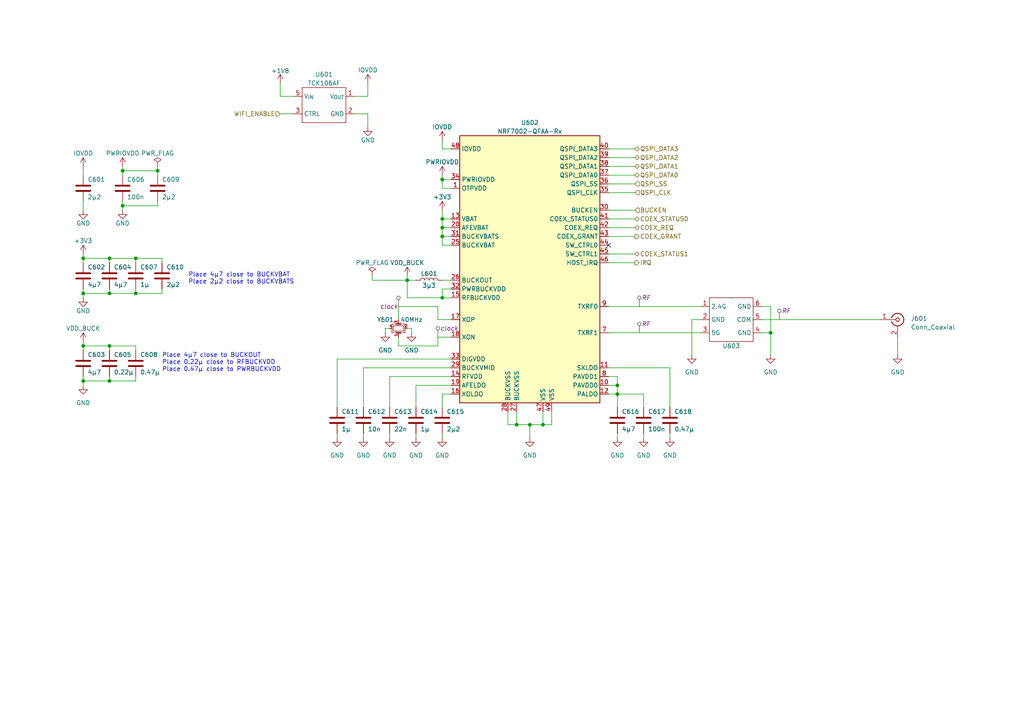
<source format=kicad_sch>
(kicad_sch (version 20231120) (generator "eeschema") (generator_version "8.0")
  (paper "A4")
  (title_block (title "Firewaterburn") (rev "0.2"))
  (lib_symbols
    (symbol "Connector:Conn_Coaxial" (pin_names (offset 1.016) hide)
      (property "Reference" "J" (at 0.254 3.048 0))
      (property "Value" "Conn_Coaxial" (at 2.921 0 90))
      (symbol "Conn_Coaxial_0_1"
        (arc (start -1.778 -0.508) (mid 0.2311 -1.8066) (end 1.778 0) (stroke (width 0.254)))
        (polyline (pts (xy -2.54 0) (xy -0.508 0)))
        (polyline (pts (xy 0 -2.54) (xy 0 -1.778)))
        (circle (center 0 0) (radius 0.508) (stroke (width 0.2032)))
        (arc (start 1.778 0) (mid 0.2099 1.8101) (end -1.778 0.508) (stroke (width 0.254)))
      )
      (symbol "Conn_Coaxial_1_1"
        (pin passive line (at -5.08 0 0) (length 2.54) (name "In") (number "1"))
        (pin passive line (at 0 -5.08 90) (length 2.54) (name "Ext") (number "2"))
      )
    )
    (symbol "Device:C" (pin_numbers hide) (pin_names (offset 0.254))
      (property "Reference" "C" (at 0.635 2.54 0))
      (property "Value" "C" (at 0.635 -2.54 0))
      (symbol "C_0_1"
        (polyline (pts (xy -2.032 -0.762) (xy 2.032 -0.762)) (stroke (width 0.508)))
        (polyline (pts (xy -2.032 0.762) (xy 2.032 0.762)) (stroke (width 0.508)))
      )
      (symbol "C_1_1"
        (pin passive line (at 0 3.81 270) (length 2.794) (name "~") (number "1"))
        (pin passive line (at 0 -3.81 90) (length 2.794) (name "~") (number "2"))
      )
    )
    (symbol "Device:Crystal_GND24_Small" (pin_names (offset 1.016) hide)
      (property "Reference" "Y" (at 1.27 4.445 0))
      (property "Value" "Crystal_GND24_Small" (at 1.27 2.54 0))
      (symbol "Crystal_GND24_Small_0_1"
        (rectangle (start -0.762 -1.524) (end 0.762 1.524))
        (polyline (pts (xy -1.27 -0.762) (xy -1.27 0.762)) (stroke (width 0.381)))
        (polyline (pts (xy 1.27 -0.762) (xy 1.27 0.762)) (stroke (width 0.381)))
        (polyline (pts (xy -1.27 -1.27) (xy -1.27 -1.905) (xy 1.27 -1.905) (xy 1.27 -1.27)))
        (polyline (pts (xy -1.27 1.27) (xy -1.27 1.905) (xy 1.27 1.905) (xy 1.27 1.27)))
      )
      (symbol "Crystal_GND24_Small_1_1"
        (pin passive line (at -2.54 0 0) (length 1.27) (name "1") (number "1"))
        (pin passive line (at 0 -2.54 90) (length 0.635) (name "2") (number "2"))
        (pin passive line (at 2.54 0 180) (length 1.27) (name "3") (number "3"))
        (pin passive line (at 0 2.54 270) (length 0.635) (name "4") (number "4"))
      )
    )
    (symbol "Device:L" (pin_numbers hide) (pin_names (offset 1.016) hide)
      (property "Reference" "L" (at -1.27 0 90))
      (property "Value" "L" (at 1.905 0 90))
      (symbol "L_0_1"
        (arc (start 0 -2.54) (mid 0.6323 -1.905) (end 0 -1.27))
        (arc (start 0 -1.27) (mid 0.6323 -0.635) (end 0 0))
        (arc (start 0 0) (mid 0.6323 0.635) (end 0 1.27))
        (arc (start 0 1.27) (mid 0.6323 1.905) (end 0 2.54))
      )
      (symbol "L_1_1"
        (pin passive line (at 0 3.81 270) (length 1.27) (name "1") (number "1"))
        (pin passive line (at 0 -3.81 90) (length 1.27) (name "2") (number "2"))
      )
    )
    (symbol "mylib_ic:DPX1608"
      (property "Reference" "U" (at 0 7.62 0))
      (symbol "DPX1608_0_1"
        (rectangle (start -6.35 6.35) (end 6.35 -6.35))
      )
      (symbol "DPX1608_1_1"
        (pin input line (at -8.89 3.81 0) (length 2.54) (name "2.4G") (number "1"))
        (pin input line (at -8.89 0 0) (length 2.54) (name "GND") (number "2"))
        (pin input line (at -8.89 -3.81 0) (length 2.54) (name "5G") (number "3"))
        (pin input line (at 8.89 -3.81 180) (length 2.54) (name "GND") (number "4"))
        (pin input line (at 8.89 0 180) (length 2.54) (name "COM") (number "5"))
        (pin input line (at 8.89 3.81 180) (length 2.54) (name "GND") (number "6"))
      )
    )
    (symbol "mylib_ic:TCK106AF"
      (property "Reference" "U" (at 0 6.35 0))
      (property "Value" "TCK106AF" (at 0 1.27 0))
      (symbol "TCK106AF_0_1"
        (rectangle (start -6.35 5.08) (end 6.35 -5.08))
      )
      (symbol "TCK106AF_1_1"
        (pin input line (at 8.89 2.54 180) (length 2.54) (name "V_{OUT}") (number "1"))
        (pin input line (at 8.89 -2.54 180) (length 2.54) (name "GND") (number "2"))
        (pin input line (at -8.89 -2.54 0) (length 2.54) (name "CTRL") (number "3"))
        (pin no_connect line (at 0 -2.54 90) (length 2.54) hide (name "NC") (number "5"))
        (pin input line (at -8.89 2.54 0) (length 2.54) (name "V_{IN}") (number "5"))
      )
    )
    (symbol "mylib_ic:nRF7002-QFxx"
      (property "Reference" "U" (at 0 -5.08 0))
      (property "Value" "NRF7002-QFAA-Rx" (at 0 -7.62 0))
      (symbol "nRF7002-QFxx_0_1"
        (rectangle (start -20.32 40.64) (end 20.32 -36.83) (stroke (width 0.254)) (fill (type background)))
      )
      (symbol "nRF7002-QFxx_1_1"
        (pin input line (at -22.86 25.4 0) (length 2.54) (name "OTPVDD") (number "1"))
        (pin input line (at 22.86 -31.75 180) (length 2.54) (name "PAVDD0") (number "10"))
        (pin input line (at 22.86 -26.67 180) (length 2.54) (name "SXLDO") (number "11"))
        (pin input line (at 22.86 -34.29 180) (length 2.54) (name "PALDO") (number "12"))
        (pin input line (at -22.86 16.51 0) (length 2.54) (name "VBAT") (number "13"))
        (pin input line (at -22.86 -29.21 0) (length 2.54) (name "RFVDD") (number "14"))
        (pin input line (at -22.86 -6.35 0) (length 2.54) (name "RFBUCKVDD") (number "15"))
        (pin input line (at -22.86 -34.29 0) (length 2.54) (name "XOLDO") (number "16"))
        (pin input line (at -22.86 -12.7 0) (length 2.54) (name "XOP") (number "17"))
        (pin input line (at -22.86 -17.78 0) (length 2.54) (name "XON") (number "18"))
        (pin input line (at -22.86 -31.75 0) (length 2.54) (name "AFELDO") (number "19"))
        (pin no_connect line (at -2.54 5.08 180) (length 2.54) hide (name "N.C.") (number "2"))
        (pin input line (at -22.86 13.97 0) (length 2.54) (name "AFEVBAT") (number "20"))
        (pin no_connect line (at -2.54 2.54 180) (length 2.54) hide (name "N.C.") (number "21"))
        (pin no_connect line (at -2.54 7.62 180) (length 2.54) hide (name "N.C.") (number "22"))
        (pin no_connect line (at -2.54 10.16 180) (length 2.54) hide (name "N.C.") (number "23"))
        (pin no_connect line (at -2.54 12.7 180) (length 2.54) hide (name "N.C.") (number "24"))
        (pin input line (at -22.86 8.89 0) (length 2.54) (name "BUCKVBAT") (number "25"))
        (pin input line (at -22.86 -1.27 0) (length 2.54) (name "BUCKOUT") (number "26"))
        (pin input line (at -3.81 -39.37 90) (length 2.54) (name "BUCKVSS") (number "27"))
        (pin input line (at -6.35 -39.37 90) (length 2.54) (name "BUCKVSS") (number "28"))
        (pin input line (at -22.86 -26.67 0) (length 2.54) (name "BUCKVMID") (number "29"))
        (pin no_connect line (at -2.54 15.24 180) (length 2.54) hide (name "N.C.") (number "3"))
        (pin input line (at 22.86 19.05 180) (length 2.54) (name "BUCKEN") (number "30"))
        (pin input line (at -22.86 11.43 0) (length 2.54) (name "BUCKVBATS") (number "31"))
        (pin input line (at -22.86 -3.81 0) (length 2.54) (name "PWRBUCKVDD") (number "32"))
        (pin input line (at -22.86 -24.13 0) (length 2.54) (name "DIGVDD") (number "33"))
        (pin input line (at -22.86 27.94 0) (length 2.54) (name "PWRIOVDD") (number "34"))
        (pin input line (at 22.86 24.13 180) (length 2.54) (name "QSPI_CLK") (number "35"))
        (pin input line (at 22.86 26.67 180) (length 2.54) (name "QSPI_SS") (number "36"))
        (pin input line (at 22.86 29.21 180) (length 2.54) (name "QSPI_DATA0") (number "37"))
        (pin input line (at 22.86 31.75 180) (length 2.54) (name "QSPI_DATA1") (number "38"))
        (pin input line (at 22.86 34.29 180) (length 2.54) (name "QSPI_DATA2") (number "39"))
        (pin no_connect line (at -2.54 17.78 180) (length 2.54) hide (name "N.C.") (number "4"))
        (pin input line (at 22.86 36.83 180) (length 2.54) (name "QSPI_DATA3") (number "40"))
        (pin input line (at 22.86 16.51 180) (length 2.54) (name "COEX_STATUS0") (number "41"))
        (pin input line (at 22.86 13.97 180) (length 2.54) (name "COEX_REQ") (number "42"))
        (pin input line (at 22.86 11.43 180) (length 2.54) (name "COEX_GRANT") (number "43"))
        (pin input line (at 22.86 8.89 180) (length 2.54) (name "SW_CTRL0") (number "44"))
        (pin input line (at 22.86 6.35 180) (length 2.54) (name "SW_CTRL1") (number "45"))
        (pin input line (at 22.86 3.81 180) (length 2.54) (name "HOST_IRQ") (number "46"))
        (pin input line (at 3.81 -39.37 90) (length 2.54) (name "VSS") (number "47"))
        (pin input line (at -22.86 36.83 0) (length 2.54) (name "IOVDD") (number "48"))
        (pin input line (at 6.35 -39.37 90) (length 2.54) (name "VSS") (number "49"))
        (pin no_connect line (at -2.54 20.32 180) (length 2.54) hide (name "N.C.") (number "5"))
        (pin no_connect line (at -2.54 22.86 180) (length 2.54) hide (name "N.C.") (number "6"))
        (pin output line (at 22.86 -16.51 180) (length 2.54) (name "TXRF1") (number "7"))
        (pin input line (at 22.86 -29.21 180) (length 2.54) (name "PAVDD1") (number "8"))
        (pin output line (at 22.86 -8.89 180) (length 2.54) (name "TXRF0") (number "9"))
      )
    )
    (symbol "mylib_power:IOVDD" (power) (pin_names (offset 0))
      (property "Value" "IOVDD" (at 0 3.81 0))
      (symbol "IOVDD_0_1"
        (polyline (pts (xy -0.762 1.27) (xy 0 2.54)))
        (polyline (pts (xy 0 0) (xy 0 2.54)))
        (polyline (pts (xy 0 2.54) (xy 0.762 1.27)))
      )
      (symbol "IOVDD_1_1"
        (pin power_in line (at 0 0 90) (length 0) hide (name "IOVDD") (number "1"))
      )
    )
    (symbol "mylib_power:PWRIOVDD" (power) (pin_names (offset 0))
      (property "Value" "PWRIOVDD" (at 0 3.81 0))
      (symbol "PWRIOVDD_0_1"
        (polyline (pts (xy -0.762 1.27) (xy 0 2.54)))
        (polyline (pts (xy 0 0) (xy 0 2.54)))
        (polyline (pts (xy 0 2.54) (xy 0.762 1.27)))
      )
      (symbol "PWRIOVDD_1_1"
        (pin power_in line (at 0 0 90) (length 0) hide (name "PWRIOVDD") (number "1"))
      )
    )
    (symbol "mylib_power:VDD_BUCK" (power) (pin_names (offset 0))
      (property "Value" "VDD_BUCK" (at 0 3.81 0))
      (symbol "VDD_BUCK_0_1"
        (polyline (pts (xy -0.762 1.27) (xy 0 2.54)))
        (polyline (pts (xy 0 0) (xy 0 2.54)))
        (polyline (pts (xy 0 2.54) (xy 0.762 1.27)))
      )
      (symbol "VDD_BUCK_1_1"
        (pin power_in line (at 0 0 90) (length 0) hide (name "VDD_BUCK") (number "1"))
      )
    )
    (symbol "power:+1V8" (power) (pin_names (offset 0))
      (property "Value" "+1V8" (at 0 3.556 0))
      (symbol "+1V8_0_1"
        (polyline (pts (xy -0.762 1.27) (xy 0 2.54)))
        (polyline (pts (xy 0 0) (xy 0 2.54)))
        (polyline (pts (xy 0 2.54) (xy 0.762 1.27)))
      )
      (symbol "+1V8_1_1"
        (pin power_in line (at 0 0 90) (length 0) hide (name "+1V8") (number "1"))
      )
    )
    (symbol "power:+3V3" (power) (pin_names (offset 0))
      (property "Value" "+3V3" (at 0 3.556 0))
      (symbol "+3V3_0_1"
        (polyline (pts (xy -0.762 1.27) (xy 0 2.54)))
        (polyline (pts (xy 0 0) (xy 0 2.54)))
        (polyline (pts (xy 0 2.54) (xy 0.762 1.27)))
      )
      (symbol "+3V3_1_1"
        (pin power_in line (at 0 0 90) (length 0) hide (name "+3V3") (number "1"))
      )
    )
    (symbol "power:GND" (power) (pin_names (offset 0))
      (property "Value" "GND" (at 0 -3.81 0))
      (symbol "GND_0_1"
        (polyline (pts (xy 0 0) (xy 0 -1.27) (xy 1.27 -1.27) (xy 0 -2.54) (xy -1.27 -1.27) (xy 0 -1.27)))
      )
      (symbol "GND_1_1"
        (pin power_in line (at 0 0 270) (length 0) hide (name "GND") (number "1"))
      )
    )
    (symbol "power:PWR_FLAG" (power) (pin_numbers hide) (pin_names (offset 0) hide)
      (property "Value" "PWR_FLAG" (at 0 3.81 0))
      (symbol "PWR_FLAG_0_0"
        (pin power_out line (at 0 0 90) (length 0) (name "pwr") (number "1"))
      )
      (symbol "PWR_FLAG_0_1"
        (polyline (pts (xy 0 0) (xy 0 1.27) (xy -1.016 1.905) (xy 0 2.54) (xy 1.016 1.905) (xy 0 1.27)))
      )
    )
  )
  (junction (at 179.07 114.3))
  (junction (at 35.56 59.69))
  (junction (at 39.37 85.09))
  (junction (at 24.13 100.33))
  (junction (at 24.13 85.09))
  (junction (at 128.27 68.58))
  (junction (at 45.72 49.53))
  (junction (at 223.52 96.52))
  (junction (at 179.07 111.76))
  (junction (at 157.48 123.19))
  (junction (at 128.27 86.36))
  (junction (at 24.13 74.93))
  (junction (at 35.56 49.53))
  (junction (at 31.75 85.09))
  (junction (at 128.27 63.5))
  (junction (at 31.75 74.93))
  (junction (at 149.86 123.19))
  (junction (at 39.37 74.93))
  (junction (at 118.11 81.28))
  (junction (at 128.27 66.04))
  (junction (at 24.13 110.49))
  (junction (at 31.75 110.49))
  (junction (at 153.67 123.19))
  (junction (at 128.27 52.07))
  (junction (at 31.75 100.33))
  (no_connect (at 176.53 71.12))
  (wire (pts (xy 128.27 125.73) (xy 128.27 127)))
  (wire (pts (xy 97.79 104.14) (xy 130.81 104.14)))
  (wire (pts (xy 45.72 59.69) (xy 45.72 58.42)))
  (wire (pts (xy 31.75 109.22) (xy 31.75 110.49)))
  (wire (pts (xy 105.41 106.68) (xy 130.81 106.68)))
  (wire (pts (xy 106.68 33.02) (xy 102.87 33.02)))
  (wire (pts (xy 153.67 123.19) (xy 149.86 123.19)))
  (wire (pts (xy 24.13 74.93) (xy 31.75 74.93)))
  (wire (pts (xy 39.37 74.93) (xy 31.75 74.93)))
  (wire (pts (xy 220.98 96.52) (xy 223.52 96.52)))
  (wire (pts (xy 35.56 59.69) (xy 45.72 59.69)))
  (wire (pts (xy 120.65 125.73) (xy 120.65 127)))
  (wire (pts (xy 35.56 49.53) (xy 35.56 50.8)))
  (wire (pts (xy 113.03 109.22) (xy 113.03 118.11)))
  (wire (pts (xy 176.53 73.66) (xy 184.15 73.66)))
  (wire (pts (xy 24.13 110.49) (xy 31.75 110.49)))
  (wire (pts (xy 115.57 88.9) (xy 115.57 92.71)))
  (wire (pts (xy 176.53 76.2) (xy 184.15 76.2)))
  (wire (pts (xy 24.13 85.09) (xy 31.75 85.09)))
  (wire (pts (xy 128.27 66.04) (xy 128.27 63.5)))
  (wire (pts (xy 186.69 125.73) (xy 186.69 127)))
  (wire (pts (xy 119.38 95.25) (xy 119.38 96.52)))
  (wire (pts (xy 128.27 83.82) (xy 128.27 86.36)))
  (wire (pts (xy 194.31 125.73) (xy 194.31 127)))
  (wire (pts (xy 24.13 48.26) (xy 24.13 50.8)))
  (wire (pts (xy 81.28 33.02) (xy 85.09 33.02)))
  (wire (pts (xy 115.57 97.79) (xy 115.57 100.33)))
  (wire (pts (xy 157.48 123.19) (xy 153.67 123.19)))
  (wire (pts (xy 130.81 54.61) (xy 128.27 54.61)))
  (wire (pts (xy 120.65 111.76) (xy 130.81 111.76)))
  (wire (pts (xy 106.68 36.83) (xy 106.68 33.02)))
  (wire (pts (xy 39.37 74.93) (xy 46.99 74.93)))
  (wire (pts (xy 35.56 59.69) (xy 35.56 58.42)))
  (wire (pts (xy 128.27 52.07) (xy 128.27 50.8)))
  (wire (pts (xy 39.37 101.6) (xy 39.37 100.33)))
  (wire (pts (xy 24.13 73.66) (xy 24.13 74.93)))
  (wire (pts (xy 85.09 27.94) (xy 81.28 27.94)))
  (wire (pts (xy 113.03 125.73) (xy 113.03 127)))
  (wire (pts (xy 176.53 68.58) (xy 184.15 68.58)))
  (wire (pts (xy 157.48 119.38) (xy 157.48 123.19)))
  (wire (pts (xy 118.11 80.01) (xy 118.11 81.28)))
  (wire (pts (xy 130.81 43.18) (xy 128.27 43.18)))
  (wire (pts (xy 220.98 88.9) (xy 223.52 88.9)))
  (wire (pts (xy 200.66 92.71) (xy 200.66 102.87)))
  (wire (pts (xy 31.75 83.82) (xy 31.75 85.09)))
  (wire (pts (xy 39.37 85.09) (xy 46.99 85.09)))
  (wire (pts (xy 120.65 111.76) (xy 120.65 118.11)))
  (wire (pts (xy 105.41 125.73) (xy 105.41 127)))
  (wire (pts (xy 128.27 114.3) (xy 130.81 114.3)))
  (wire (pts (xy 118.11 86.36) (xy 118.11 81.28)))
  (wire (pts (xy 128.27 43.18) (xy 128.27 40.64)))
  (wire (pts (xy 81.28 27.94) (xy 81.28 24.13)))
  (wire (pts (xy 97.79 125.73) (xy 97.79 127)))
  (wire (pts (xy 127 100.33) (xy 115.57 100.33)))
  (wire (pts (xy 97.79 104.14) (xy 97.79 118.11)))
  (wire (pts (xy 128.27 68.58) (xy 128.27 71.12)))
  (wire (pts (xy 46.99 76.2) (xy 46.99 74.93)))
  (wire (pts (xy 128.27 118.11) (xy 128.27 114.3)))
  (wire (pts (xy 176.53 48.26) (xy 184.15 48.26)))
  (wire (pts (xy 39.37 109.22) (xy 39.37 110.49)))
  (wire (pts (xy 130.81 109.22) (xy 113.03 109.22)))
  (wire (pts (xy 39.37 83.82) (xy 39.37 85.09)))
  (wire (pts (xy 128.27 86.36) (xy 130.81 86.36)))
  (wire (pts (xy 45.72 48.26) (xy 45.72 49.53)))
  (wire (pts (xy 128.27 83.82) (xy 130.81 83.82)))
  (wire (pts (xy 118.11 95.25) (xy 119.38 95.25)))
  (wire (pts (xy 223.52 96.52) (xy 223.52 102.87)))
  (wire (pts (xy 31.75 85.09) (xy 39.37 85.09)))
  (wire (pts (xy 179.07 114.3) (xy 179.07 118.11)))
  (wire (pts (xy 39.37 100.33) (xy 31.75 100.33)))
  (wire (pts (xy 118.11 81.28) (xy 120.65 81.28)))
  (wire (pts (xy 106.68 24.13) (xy 106.68 27.94)))
  (wire (pts (xy 102.87 27.94) (xy 106.68 27.94)))
  (wire (pts (xy 260.35 97.79) (xy 260.35 102.87)))
  (wire (pts (xy 39.37 76.2) (xy 39.37 74.93)))
  (wire (pts (xy 113.03 95.25) (xy 111.76 95.25)))
  (wire (pts (xy 128.27 81.28) (xy 130.81 81.28)))
  (wire (pts (xy 176.53 53.34) (xy 184.15 53.34)))
  (wire (pts (xy 220.98 92.71) (xy 255.27 92.71)))
  (wire (pts (xy 128.27 54.61) (xy 128.27 52.07)))
  (wire (pts (xy 160.02 119.38) (xy 160.02 123.19)))
  (wire (pts (xy 35.56 49.53) (xy 45.72 49.53)))
  (wire (pts (xy 35.56 59.69) (xy 35.56 60.96)))
  (wire (pts (xy 128.27 60.96) (xy 128.27 63.5)))
  (wire (pts (xy 149.86 119.38) (xy 149.86 123.19)))
  (wire (pts (xy 128.27 68.58) (xy 128.27 66.04)))
  (wire (pts (xy 176.53 63.5) (xy 184.15 63.5)))
  (wire (pts (xy 179.07 109.22) (xy 179.07 111.76)))
  (wire (pts (xy 31.75 76.2) (xy 31.75 74.93)))
  (wire (pts (xy 128.27 66.04) (xy 130.81 66.04)))
  (wire (pts (xy 176.53 45.72) (xy 184.15 45.72)))
  (wire (pts (xy 105.41 106.68) (xy 105.41 118.11)))
  (wire (pts (xy 176.53 109.22) (xy 179.07 109.22)))
  (wire (pts (xy 130.81 52.07) (xy 128.27 52.07)))
  (wire (pts (xy 149.86 123.19) (xy 147.32 123.19)))
  (wire (pts (xy 179.07 114.3) (xy 176.53 114.3)))
  (wire (pts (xy 107.95 80.01) (xy 107.95 81.28)))
  (wire (pts (xy 128.27 63.5) (xy 130.81 63.5)))
  (wire (pts (xy 147.32 123.19) (xy 147.32 119.38)))
  (wire (pts (xy 127 92.71) (xy 127 88.9)))
  (wire (pts (xy 176.53 60.96) (xy 184.15 60.96)))
  (wire (pts (xy 179.07 111.76) (xy 179.07 114.3)))
  (wire (pts (xy 130.81 92.71) (xy 127 92.71)))
  (wire (pts (xy 194.31 106.68) (xy 194.31 118.11)))
  (wire (pts (xy 111.76 95.25) (xy 111.76 96.52)))
  (wire (pts (xy 24.13 99.06) (xy 24.13 100.33)))
  (wire (pts (xy 203.2 92.71) (xy 200.66 92.71)))
  (wire (pts (xy 107.95 81.28) (xy 118.11 81.28)))
  (wire (pts (xy 153.67 123.19) (xy 153.67 127)))
  (wire (pts (xy 186.69 114.3) (xy 179.07 114.3)))
  (wire (pts (xy 31.75 100.33) (xy 24.13 100.33)))
  (wire (pts (xy 130.81 97.79) (xy 127 97.79)))
  (wire (pts (xy 24.13 100.33) (xy 24.13 101.6)))
  (wire (pts (xy 176.53 111.76) (xy 179.07 111.76)))
  (wire (pts (xy 176.53 66.04) (xy 184.15 66.04)))
  (wire (pts (xy 176.53 88.9) (xy 203.2 88.9)))
  (wire (pts (xy 186.69 114.3) (xy 186.69 118.11)))
  (wire (pts (xy 179.07 125.73) (xy 179.07 127)))
  (wire (pts (xy 24.13 85.09) (xy 24.13 86.36)))
  (wire (pts (xy 24.13 110.49) (xy 24.13 111.76)))
  (wire (pts (xy 31.75 110.49) (xy 39.37 110.49)))
  (wire (pts (xy 24.13 109.22) (xy 24.13 110.49)))
  (wire (pts (xy 24.13 83.82) (xy 24.13 85.09)))
  (wire (pts (xy 45.72 49.53) (xy 45.72 50.8)))
  (wire (pts (xy 127 88.9) (xy 115.57 88.9)))
  (wire (pts (xy 46.99 83.82) (xy 46.99 85.09)))
  (wire (pts (xy 130.81 71.12) (xy 128.27 71.12)))
  (wire (pts (xy 130.81 68.58) (xy 128.27 68.58)))
  (wire (pts (xy 127 97.79) (xy 127 100.33)))
  (wire (pts (xy 160.02 123.19) (xy 157.48 123.19)))
  (wire (pts (xy 176.53 50.8) (xy 184.15 50.8)))
  (wire (pts (xy 194.31 106.68) (xy 176.53 106.68)))
  (wire (pts (xy 35.56 48.26) (xy 35.56 49.53)))
  (wire (pts (xy 176.53 55.88) (xy 184.15 55.88)))
  (wire (pts (xy 24.13 58.42) (xy 24.13 60.96)))
  (wire (pts (xy 24.13 74.93) (xy 24.13 76.2)))
  (wire (pts (xy 31.75 101.6) (xy 31.75 100.33)))
  (wire (pts (xy 176.53 96.52) (xy 203.2 96.52)))
  (wire (pts (xy 118.11 86.36) (xy 128.27 86.36)))
  (wire (pts (xy 176.53 43.18) (xy 184.15 43.18)))
  (wire (pts (xy 223.52 88.9) (xy 223.52 96.52)))
  (text "Place 4µ7 close to BUCKVBAT\nPlace 2µ2 close to BUCKVBATS\n" (at 54.61 82.55 0) (effects (font (size 1.27 1.27)) (justify left bottom)))
  (text "Place 4µ7 close to BUCKOUT\nPlace 0.22µ close to RFBUCKVDD\nPlace 0.47µ close to PWRBUCKVDD" (at 46.99 107.95 0) (effects (font (size 1.27 1.27)) (justify left bottom)))
  (hierarchical_label "COEX_GRANT" (shape output) (at 184.15 68.58 0))
  (hierarchical_label "QSPI_CLK" (shape input) (at 184.15 55.88 0))
  (hierarchical_label "IRQ" (shape output) (at 184.15 76.2 0))
  (hierarchical_label "COEX_REQ" (shape bidirectional) (at 184.15 66.04 0))
  (hierarchical_label "QSPI_SS" (shape input) (at 184.15 53.34 0))
  (hierarchical_label "COEX_STATUS1" (shape bidirectional) (at 184.15 73.66 0))
  (hierarchical_label "QSPI_DATA1" (shape bidirectional) (at 184.15 48.26 0))
  (hierarchical_label "QSPI_DATA0" (shape bidirectional) (at 184.15 50.8 0))
  (hierarchical_label "BUCKEN" (shape input) (at 184.15 60.96 0))
  (hierarchical_label "QSPI_DATA3" (shape bidirectional) (at 184.15 43.18 0))
  (hierarchical_label "COEX_STATUS0" (shape bidirectional) (at 184.15 63.5 0))
  (hierarchical_label "QSPI_DATA2" (shape bidirectional) (at 184.15 45.72 0))
  (hierarchical_label "WIFI_ENABLE" (shape input) (at 81.28 33.02 180))
  (netclass_flag "" (length 2.54) (shape round) (at 185.42 88.9 0) (property "Netclass" "RF" (at 186.1185 86.36 0) (effects (font (italic yes)) (justify left))))
  (netclass_flag "" (length 2.54) (shape round) (at 127 97.79 0) (property "Netclass" "clock" (at 127.6985 95.25 0) (effects (font (italic yes)) (justify left))))
  (netclass_flag "" (length 2.54) (shape round) (at 226.06 92.71 0) (property "Netclass" "RF" (at 226.7585 90.17 0) (effects (font (italic yes)) (justify left))))
  (netclass_flag "" (length 2.54) (shape round) (at 115.57 88.9 0) (property "Netclass" "clock" (at 110.236 88.9 0) (effects (font (italic yes)) (justify left))))
  (netclass_flag "" (length 2.54) (shape round) (at 185.42 96.52 0) (property "Netclass" "RF" (at 186.1185 93.98 0) (effects (font (italic yes)) (justify left))))
  (symbol (lib_id "Device:L") (at 124.46 81.28 90) (unit 1)
    (property "Reference" "L601" (at 124.46 79.375 90))
    (property "Value" "3µ3" (at 124.46 82.804 90))
    (property "Footprint" "Inductor_SMD:L_1008_2520Metric" (effects (hide yes)))
    (property "Digikey" "490-5115-1-ND" (effects (hide yes)))
  )
  (symbol (lib_id "Device:C") (at 120.65 121.92 0) (unit 1)
    (property "Reference" "C614" (at 121.92 119.38 0) (effects (justify left)))
    (property "Value" "1µ" (at 121.92 124.46 0) (effects (justify left)))
    (property "Footprint" "Capacitor_SMD:C_0402_1005Metric" (effects (hide yes)))
    (property "Digikey" "1276-1067-1-ND" (effects (hide yes)))
  )
  (symbol (lib_id "power:GND") (at 106.68 36.83 0) (unit 1)
    (property "Reference" "#PWR0613" (effects (hide yes)))
    (property "Value" "GND" (at 106.68 40.64 0))
  )
  (symbol (lib_id "power:GND") (at 179.07 127 0) (unit 1)
    (property "Reference" "#PWR0624" (effects (hide yes)))
    (property "Value" "GND" (at 179.07 132.08 0))
  )
  (symbol (lib_id "power:GND") (at 113.03 127 0) (unit 1)
    (property "Reference" "#PWR0615" (effects (hide yes)))
    (property "Value" "GND" (at 113.03 132.08 0))
  )
  (symbol (lib_id "Device:C") (at 194.31 121.92 0) (unit 1)
    (property "Reference" "C618" (at 195.58 119.38 0) (effects (justify left)))
    (property "Value" "0.47µ" (at 195.58 124.46 0) (effects (justify left)))
    (property "Footprint" "Capacitor_SMD:C_0402_1005Metric" (effects (hide yes)))
    (property "Digikey" "1276-1477-1-ND" (effects (hide yes)))
  )
  (symbol (lib_id "mylib_power:PWRIOVDD") (at 35.56 48.26 0) (unit 1)
    (property "Reference" "#PWR0607" (effects (hide yes)))
    (property "Value" "PWRIOVDD" (at 35.56 44.45 0))
  )
  (symbol (lib_id "power:PWR_FLAG") (at 45.72 48.26 0) (unit 1)
    (property "Reference" "#FLG0601" (effects (hide yes)))
    (property "Value" "PWR_FLAG" (at 45.72 44.45 0))
  )
  (symbol (lib_id "power:GND") (at 120.65 127 0) (unit 1)
    (property "Reference" "#PWR0618" (effects (hide yes)))
    (property "Value" "GND" (at 120.65 132.08 0))
  )
  (symbol (lib_id "power:GND") (at 194.31 127 0) (unit 1)
    (property "Reference" "#PWR0626" (effects (hide yes)))
    (property "Value" "GND" (at 194.31 132.08 0))
  )
  (symbol (lib_id "Device:C") (at 35.56 54.61 0) (unit 1)
    (property "Reference" "C606" (at 36.83 52.07 0) (effects (justify left)))
    (property "Value" "100n" (at 36.83 57.15 0) (effects (justify left)))
    (property "Footprint" "Capacitor_SMD:C_0402_1005Metric" (effects (hide yes)))
    (property "Digikey" "478-7888-1-ND" (effects (hide yes)))
  )
  (symbol (lib_id "mylib_ic:DPX1608") (at 212.09 92.71 0) (unit 1)
    (property "Reference" "U603" (at 212.09 100.33 0))
    (property "Value" "~" (at 212.09 86.36 0))
    (property "Footprint" "mylib_connector:DPX1608LL80R2455A" (effects (hide yes)))
    (property "Datasheet" "https://productfinder.pulseelectronics.com/api/open/part-attachments/datasheet/DPX1608LL80R2455A" (effects (hide yes)))
    (property "Digikey" "553-DPX1608LL80R2455ACT-ND" (effects (hide yes)))
  )
  (symbol (lib_id "power:GND") (at 200.66 102.87 0) (unit 1)
    (property "Reference" "#PWR0627" (effects (hide yes)))
    (property "Value" "GND" (at 200.66 107.95 0))
  )
  (symbol (lib_id "Device:C") (at 24.13 54.61 0) (unit 1)
    (property "Reference" "C601" (at 25.4 52.07 0) (effects (justify left)))
    (property "Value" "2µ2" (at 25.4 57.15 0) (effects (justify left)))
    (property "Footprint" "Capacitor_SMD:C_0603_1608Metric" (effects (hide yes)))
    (property "Digikey" "1276-1040-1-ND" (effects (hide yes)))
  )
  (symbol (lib_id "power:GND") (at 260.35 102.87 0) (unit 1)
    (property "Reference" "#PWR0629" (effects (hide yes)))
    (property "Value" "GND" (at 260.35 107.95 0))
  )
  (symbol (lib_id "mylib_power:VDD_BUCK") (at 118.11 80.01 0) (unit 1)
    (property "Reference" "#PWR0616" (effects (hide yes)))
    (property "Value" "VDD_BUCK" (at 118.11 76.2 0))
  )
  (symbol (lib_id "power:GND") (at 128.27 127 0) (unit 1)
    (property "Reference" "#PWR0622" (effects (hide yes)))
    (property "Value" "GND" (at 128.27 132.08 0))
  )
  (symbol (lib_id "Device:C") (at 46.99 80.01 0) (unit 1)
    (property "Reference" "C610" (at 48.26 77.47 0) (effects (justify left)))
    (property "Value" "2µ2" (at 48.26 82.55 0) (effects (justify left)))
    (property "Footprint" "Capacitor_SMD:C_0402_1005Metric" (effects (hide yes)))
    (property "Digikey" "445-9090-1-ND" (effects (hide yes)))
  )
  (symbol (lib_id "power:GND") (at 24.13 60.96 0) (unit 1)
    (property "Reference" "#PWR0602" (effects (hide yes)))
    (property "Value" "GND" (at 24.13 64.77 0))
  )
  (symbol (lib_id "Device:C") (at 24.13 105.41 0) (unit 1)
    (property "Reference" "C603" (at 25.4 102.87 0) (effects (justify left)))
    (property "Value" "4µ7" (at 25.4 107.95 0) (effects (justify left)))
    (property "Footprint" "Capacitor_SMD:C_0603_1608Metric" (effects (hide yes)))
    (property "Digikey" "490-GRM155C61E475ME15DCT-ND" (effects (hide yes)))
  )
  (symbol (lib_id "Device:C") (at 179.07 121.92 0) (unit 1)
    (property "Reference" "C616" (at 180.34 119.38 0) (effects (justify left)))
    (property "Value" "4µ7" (at 180.34 124.46 0) (effects (justify left)))
    (property "Footprint" "Capacitor_SMD:C_0402_1005Metric" (effects (hide yes)))
    (property "Digikey" "490-GRM155C61E475ME15DCT-ND" (effects (hide yes)))
  )
  (symbol (lib_id "power:GND") (at 105.41 127 0) (unit 1)
    (property "Reference" "#PWR0611" (effects (hide yes)))
    (property "Value" "GND" (at 105.41 132.08 0))
  )
  (symbol (lib_id "power:GND") (at 97.79 127 0) (unit 1)
    (property "Reference" "#PWR0610" (effects (hide yes)))
    (property "Value" "GND" (at 97.79 132.08 0))
  )
  (symbol (lib_id "Device:C") (at 45.72 54.61 0) (unit 1)
    (property "Reference" "C609" (at 46.99 52.07 0) (effects (justify left)))
    (property "Value" "2µ2" (at 46.99 57.15 0) (effects (justify left)))
    (property "Footprint" "Capacitor_SMD:C_0402_1005Metric" (effects (hide yes)))
    (property "Digikey" "445-9090-1-ND" (effects (hide yes)))
  )
  (symbol (lib_id "mylib_power:IOVDD") (at 106.68 24.13 0) (unit 1)
    (property "Reference" "#PWR0612" (effects (hide yes)))
    (property "Value" "IOVDD" (at 106.68 20.32 0))
  )
  (symbol (lib_id "Connector:Conn_Coaxial") (at 260.35 92.71 0) (unit 1)
    (property "Reference" "J601" (at 264.16 92.3682 0) (effects (justify left)))
    (property "Value" "Conn_Coaxial" (at 264.16 94.9082 0) (effects (justify left)))
    (property "Footprint" "mylib_connector:CONMHF1-SMD-G-T" (effects (hide yes)))
    (property "Datasheet" " ~" (effects (hide yes)))
    (property "Digikey" "343-CONMHF1-SMD-G-TCT-ND" (effects (hide yes)))
    (property "Digikey_" "931-1127-ND" (effects (hide yes)))
  )
  (symbol (lib_id "Device:C") (at 128.27 121.92 0) (unit 1)
    (property "Reference" "C615" (at 129.54 119.38 0) (effects (justify left)))
    (property "Value" "2µ2" (at 129.54 124.46 0) (effects (justify left)))
    (property "Footprint" "Capacitor_SMD:C_0402_1005Metric" (effects (hide yes)))
    (property "Digikey" "445-9090-1-ND" (effects (hide yes)))
  )
  (symbol (lib_id "power:GND") (at 223.52 102.87 0) (unit 1)
    (property "Reference" "#PWR0628" (effects (hide yes)))
    (property "Value" "GND" (at 223.52 107.95 0))
  )
  (symbol (lib_id "Device:Crystal_GND24_Small") (at 115.57 95.25 90) (unit 1)
    (property "Reference" "Y601" (at 111.76 92.71 90))
    (property "Value" "40MHz" (at 119.38 92.71 90))
    (property "Footprint" "Crystal:Crystal_SMD_2016-4Pin_2.0x1.6mm" (effects (hide yes)))
    (property "Datasheet" "https://media.digikey.com/pdf/Data%20Sheets/Optrex%20PDFs/CX2016DB_Series_Spec.pdf" (effects (hide yes)))
    (property "Digikey" "478-CX2016DB40000D0FLJCCCT-ND" (effects (hide yes)))
  )
  (symbol (lib_id "power:GND") (at 153.67 127 0) (unit 1)
    (property "Reference" "#PWR0623" (effects (hide yes)))
    (property "Value" "GND" (at 153.67 132.08 0))
  )
  (symbol (lib_id "Device:C") (at 39.37 105.41 0) (unit 1)
    (property "Reference" "C608" (at 40.64 102.87 0) (effects (justify left)))
    (property "Value" "0.47µ" (at 40.64 107.95 0) (effects (justify left)))
    (property "Footprint" "Capacitor_SMD:C_0402_1005Metric" (effects (hide yes)))
    (property "Digikey" "1276-1477-1-ND" (effects (hide yes)))
  )
  (symbol (lib_id "power:GND") (at 186.69 127 0) (unit 1)
    (property "Reference" "#PWR0625" (effects (hide yes)))
    (property "Value" "GND" (at 186.69 132.08 0))
  )
  (symbol (lib_id "power:GND") (at 111.76 96.52 0) (unit 1)
    (property "Reference" "#PWR0614" (effects (hide yes)))
    (property "Value" "GND" (at 111.76 101.6 0))
  )
  (symbol (lib_id "power:GND") (at 35.56 60.96 0) (unit 1)
    (property "Reference" "#PWR0608" (effects (hide yes)))
    (property "Value" "GND" (at 35.56 64.77 0))
  )
  (symbol (lib_id "Device:C") (at 24.13 80.01 0) (unit 1)
    (property "Reference" "C602" (at 25.4 77.47 0) (effects (justify left)))
    (property "Value" "4µ7" (at 25.4 82.55 0) (effects (justify left)))
    (property "Footprint" "Capacitor_SMD:C_0402_1005Metric" (effects (hide yes)))
    (property "Digikey" "490-GRM155C61E475ME15DCT-ND" (effects (hide yes)))
  )
  (symbol (lib_id "Device:C") (at 105.41 121.92 0) (unit 1)
    (property "Reference" "C612" (at 106.68 119.38 0) (effects (justify left)))
    (property "Value" "10n" (at 106.68 124.46 0) (effects (justify left)))
    (property "Footprint" "Capacitor_SMD:C_0402_1005Metric" (effects (hide yes)))
    (property "Digikey" "1276-1028-1-ND" (effects (hide yes)))
  )
  (symbol (lib_id "power:GND") (at 119.38 96.52 0) (unit 1)
    (property "Reference" "#PWR0617" (effects (hide yes)))
    (property "Value" "GND" (at 119.38 101.6 0))
  )
  (symbol (lib_id "Device:C") (at 31.75 80.01 0) (unit 1)
    (property "Reference" "C604" (at 33.02 77.47 0) (effects (justify left)))
    (property "Value" "4µ7" (at 33.02 82.55 0) (effects (justify left)))
    (property "Footprint" "Capacitor_SMD:C_0402_1005Metric" (effects (hide yes)))
    (property "Digikey" "490-GRM155C61E475ME15DCT-ND" (effects (hide yes)))
  )
  (symbol (lib_id "Device:C") (at 186.69 121.92 0) (unit 1)
    (property "Reference" "C617" (at 187.96 119.38 0) (effects (justify left)))
    (property "Value" "100n" (at 187.96 124.46 0) (effects (justify left)))
    (property "Footprint" "Capacitor_SMD:C_0402_1005Metric" (effects (hide yes)))
    (property "Digikey" "478-7888-1-ND" (effects (hide yes)))
  )
  (symbol (lib_id "Device:C") (at 39.37 80.01 0) (unit 1)
    (property "Reference" "C607" (at 40.64 77.47 0) (effects (justify left)))
    (property "Value" "1µ" (at 40.64 82.55 0) (effects (justify left)))
    (property "Footprint" "Capacitor_SMD:C_0402_1005Metric" (effects (hide yes)))
    (property "Digikey" "1276-1067-1-ND" (effects (hide yes)))
  )
  (symbol (lib_id "power:PWR_FLAG") (at 107.95 80.01 0) (unit 1)
    (property "Reference" "#FLG0602" (effects (hide yes)))
    (property "Value" "PWR_FLAG" (at 107.95 76.2 0))
  )
  (symbol (lib_id "Device:C") (at 31.75 105.41 0) (unit 1)
    (property "Reference" "C605" (at 33.02 102.87 0) (effects (justify left)))
    (property "Value" "0.22µ" (at 33.02 107.95 0) (effects (justify left)))
    (property "Footprint" "Capacitor_SMD:C_0402_1005Metric" (effects (hide yes)))
    (property "Digikey" "1276-1049-1-ND" (effects (hide yes)))
  )
  (symbol (lib_id "mylib_power:IOVDD") (at 24.13 48.26 0) (unit 1)
    (property "Reference" "#PWR0601" (effects (hide yes)))
    (property "Value" "IOVDD" (at 24.13 44.45 0))
  )
  (symbol (lib_id "power:GND") (at 24.13 86.36 0) (unit 1)
    (property "Reference" "#PWR0604" (effects (hide yes)))
    (property "Value" "GND" (at 24.13 90.17 0))
  )
  (symbol (lib_id "power:+3V3") (at 128.27 60.96 0) (unit 1)
    (property "Reference" "#PWR0621" (effects (hide yes)))
    (property "Value" "+3V3" (at 128.27 57.15 0))
  )
  (symbol (lib_id "mylib_power:IOVDD") (at 128.27 40.64 0) (unit 1)
    (property "Reference" "#PWR0619" (effects (hide yes)))
    (property "Value" "IOVDD" (at 128.27 36.83 0))
  )
  (symbol (lib_id "mylib_ic:nRF7002-QFxx") (at 153.67 80.01 0) (unit 1)
    (property "Reference" "U602" (at 153.67 35.56 0))
    (property "Value" "NRF7002-QFAA-Rx" (at 153.67 38.1 0))
    (property "Footprint" "Package_DFN_QFN:QFN-48-1EP_6x6mm_P0.4mm_EP4.6x4.6mm_ThermalVias" (effects (hide yes)))
    (property "Datasheet" "https://infocenter.nordicsemi.com/pdf/nRF7002_OPS_v0.7.pdf" (effects (hide yes)))
    (property "Digikey" "4823-NRF7002-QFAA-R7CT-ND" (effects (hide yes)))
  )
  (symbol (lib_id "mylib_ic:TCK106AF") (at 93.98 30.48 0) (unit 1)
    (property "Reference" "U601" (at 93.98 21.59 0))
    (property "Value" "TCK106AF" (at 93.98 24.13 0))
    (property "Footprint" "mylib_ic:SOT-25" (effects (hide yes)))
    (property "Datasheet" "https://www.mouser.de/datasheet/2/408/TCK106AG_datasheet_en_20151005-1916439.pdf" (effects (hide yes)))
  )
  (symbol (lib_id "mylib_power:VDD_BUCK") (at 24.13 99.06 0) (unit 1)
    (property "Reference" "#PWR0605" (effects (hide yes)))
    (property "Value" "VDD_BUCK" (at 24.13 95.25 0))
  )
  (symbol (lib_id "Device:C") (at 113.03 121.92 0) (unit 1)
    (property "Reference" "C613" (at 114.3 119.38 0) (effects (justify left)))
    (property "Value" "22n" (at 114.3 124.46 0) (effects (justify left)))
    (property "Footprint" "Capacitor_SMD:C_0402_1005Metric" (effects (hide yes)))
    (property "Digikey" "1276-1538-1-ND" (effects (hide yes)))
  )
  (symbol (lib_id "mylib_power:PWRIOVDD") (at 128.27 50.8 0) (unit 1)
    (property "Reference" "#PWR0620" (effects (hide yes)))
    (property "Value" "PWRIOVDD" (at 128.27 46.99 0))
  )
  (symbol (lib_id "power:+3V3") (at 24.13 73.66 0) (unit 1)
    (property "Reference" "#PWR0603" (effects (hide yes)))
    (property "Value" "+3V3" (at 24.13 69.85 0))
  )
  (symbol (lib_id "Device:C") (at 97.79 121.92 0) (unit 1)
    (property "Reference" "C611" (at 99.06 119.38 0) (effects (justify left)))
    (property "Value" "1µ" (at 99.06 124.46 0) (effects (justify left)))
    (property "Footprint" "Capacitor_SMD:C_0402_1005Metric" (effects (hide yes)))
    (property "Digikey" "1276-1067-1-ND" (effects (hide yes)))
  )
  (symbol (lib_id "power:+1V8") (at 81.28 24.13 0) (unit 1)
    (property "Reference" "#PWR0609" (effects (hide yes)))
    (property "Value" "+1V8" (at 81.28 20.574 0))
    (property "Description" "Power symbol creates a global label with name \"+1V8\"" (effects (hide yes)))
  )
  (symbol (lib_id "power:GND") (at 24.13 111.76 0) (unit 1)
    (property "Reference" "#PWR0606" (effects (hide yes)))
    (property "Value" "GND" (at 24.13 116.84 0))
  )
)
</source>
